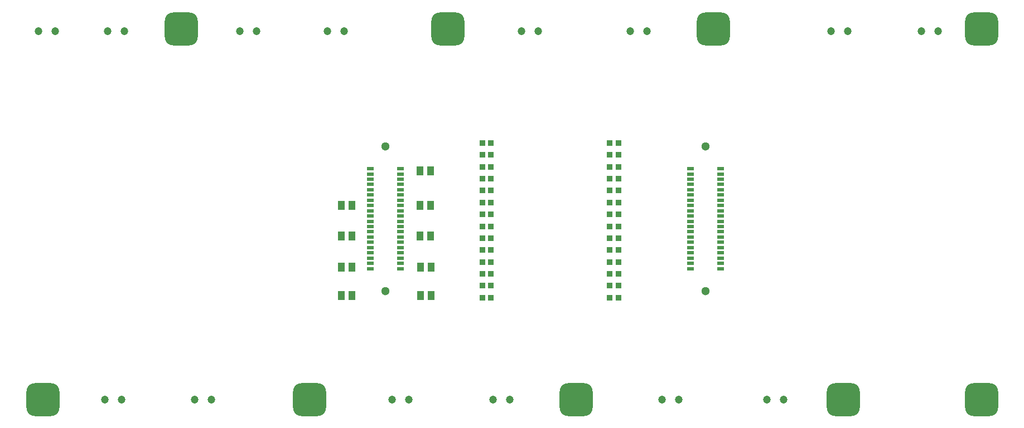
<source format=gbr>
%TF.GenerationSoftware,Altium Limited,Altium Designer,19.1.8 (144)*%
G04 Layer_Color=255*
%FSLAX26Y26*%
%MOIN*%
%TF.FileFunction,Pads,Top*%
%TF.Part,Single*%
G01*
G75*
%TA.AperFunction,SMDPad,CuDef*%
G04:AMPARAMS|DCode=10|XSize=196.85mil|YSize=196.85mil|CornerRadius=49.213mil|HoleSize=0mil|Usage=FLASHONLY|Rotation=0.000|XOffset=0mil|YOffset=0mil|HoleType=Round|Shape=RoundedRectangle|*
%AMROUNDEDRECTD10*
21,1,0.196850,0.098425,0,0,0.0*
21,1,0.098425,0.196850,0,0,0.0*
1,1,0.098425,0.049213,-0.049213*
1,1,0.098425,-0.049213,-0.049213*
1,1,0.098425,-0.049213,0.049213*
1,1,0.098425,0.049213,0.049213*
%
%ADD10ROUNDEDRECTD10*%
%ADD11R,0.039370X0.057087*%
%ADD12R,0.033465X0.037402*%
%ADD13R,0.043307X0.019685*%
%TA.AperFunction,ComponentPad*%
%ADD16C,0.047244*%
%ADD17C,0.051181*%
D10*
X1125788Y2417204D02*
D03*
X5909252Y196732D02*
D03*
X5082480D02*
D03*
X3487992D02*
D03*
X1893504D02*
D03*
X299016D02*
D03*
X5909252Y2417204D02*
D03*
X2720276D02*
D03*
X4305000D02*
D03*
D11*
X2617480Y1565000D02*
D03*
X2552519D02*
D03*
X2147479Y1360001D02*
D03*
X2082519D02*
D03*
X2552520Y1175000D02*
D03*
X2617480D02*
D03*
X2555000Y990000D02*
D03*
X2619960D02*
D03*
X2555040Y820000D02*
D03*
X2620000D02*
D03*
X2082519D02*
D03*
X2147481D02*
D03*
X2082519Y990000D02*
D03*
X2147481D02*
D03*
X2082519Y1175000D02*
D03*
X2147479D02*
D03*
X2617480Y1360001D02*
D03*
X2552520D02*
D03*
D12*
X2977364Y1233889D02*
D03*
X2926182D02*
D03*
X2977362Y1376485D02*
D03*
X2926182D02*
D03*
X2977362Y806102D02*
D03*
X2926182D02*
D03*
X2977362Y1519081D02*
D03*
X2926182D02*
D03*
X2977362Y1162591D02*
D03*
X2926180D02*
D03*
X2977362Y1661676D02*
D03*
X2926182D02*
D03*
X2977362Y948701D02*
D03*
X2926182D02*
D03*
X2977364Y877402D02*
D03*
X2926182D02*
D03*
X2977362Y1305187D02*
D03*
X2926180D02*
D03*
X2977362Y1590378D02*
D03*
X2926180D02*
D03*
X2977364Y1447783D02*
D03*
X2926182D02*
D03*
X2977362Y1732974D02*
D03*
X2926182D02*
D03*
X2977364Y1091294D02*
D03*
X2926182D02*
D03*
X2977362Y1019996D02*
D03*
X2926182D02*
D03*
X3687993Y1732974D02*
D03*
X3739175D02*
D03*
X3687993Y1590378D02*
D03*
X3739175D02*
D03*
X3687993Y877402D02*
D03*
X3739173D02*
D03*
X3687991Y948701D02*
D03*
X3739173D02*
D03*
X3687993Y1519081D02*
D03*
X3739173D02*
D03*
X3687993Y806102D02*
D03*
X3739173D02*
D03*
X3687993Y1305187D02*
D03*
X3739173D02*
D03*
X3687993Y1019996D02*
D03*
X3739175D02*
D03*
X3687993Y1447783D02*
D03*
X3739175D02*
D03*
X3687993Y1233889D02*
D03*
X3739175D02*
D03*
X3687993Y1091294D02*
D03*
X3739175D02*
D03*
X3687993Y1376485D02*
D03*
X3739173D02*
D03*
X3687993Y1162591D02*
D03*
X3739173D02*
D03*
X3687991Y1661676D02*
D03*
X3739173D02*
D03*
D13*
X2257848Y1578740D02*
D03*
X2435854D02*
D03*
X2257848Y1547244D02*
D03*
X2435854D02*
D03*
X2257848Y1515748D02*
D03*
X2435854D02*
D03*
X2257848Y1484252D02*
D03*
X2435854D02*
D03*
X2257848Y1452756D02*
D03*
X2435854D02*
D03*
X2257848Y1421260D02*
D03*
X2435854D02*
D03*
X2257848Y1389764D02*
D03*
X2435854D02*
D03*
X2257848Y1358268D02*
D03*
X2435854D02*
D03*
X2257848Y1326772D02*
D03*
X2435854D02*
D03*
X2257848Y1295276D02*
D03*
X2435854D02*
D03*
X2257848Y1263780D02*
D03*
X2435854D02*
D03*
X2257848Y1232284D02*
D03*
X2435854D02*
D03*
X2257848Y1200788D02*
D03*
X2435854D02*
D03*
X2257848Y1169292D02*
D03*
X2435854D02*
D03*
X2257848Y1137796D02*
D03*
X2435854D02*
D03*
X2257848Y1106300D02*
D03*
X2435854D02*
D03*
X2257848Y1074804D02*
D03*
X2435854D02*
D03*
X2257848Y1043308D02*
D03*
X2435854D02*
D03*
X2257848Y1011812D02*
D03*
X2435854D02*
D03*
X2257848Y980314D02*
D03*
X2435854D02*
D03*
X4171234Y1578740D02*
D03*
X4349240D02*
D03*
X4171234Y1547244D02*
D03*
X4349240D02*
D03*
X4171234Y1515748D02*
D03*
X4349240D02*
D03*
X4171234Y1484252D02*
D03*
X4349240D02*
D03*
X4171234Y1452756D02*
D03*
X4349240D02*
D03*
X4171234Y1421260D02*
D03*
X4349240D02*
D03*
X4171234Y1389764D02*
D03*
X4349240D02*
D03*
X4171234Y1358268D02*
D03*
X4349240D02*
D03*
X4171234Y1326772D02*
D03*
X4349240D02*
D03*
X4171234Y1295276D02*
D03*
X4349240D02*
D03*
X4171234Y1263780D02*
D03*
X4349240D02*
D03*
X4171234Y1232284D02*
D03*
X4349240D02*
D03*
X4171234Y1200788D02*
D03*
X4349240D02*
D03*
X4171234Y1169292D02*
D03*
X4349240D02*
D03*
X4171234Y1137796D02*
D03*
X4349240D02*
D03*
X4171234Y1106300D02*
D03*
X4349240D02*
D03*
X4171234Y1074804D02*
D03*
X4349240D02*
D03*
X4171234Y1043308D02*
D03*
X4349240D02*
D03*
X4171234Y1011812D02*
D03*
X4349240D02*
D03*
X4171234Y980314D02*
D03*
X4349240D02*
D03*
D16*
X4725000Y196850D02*
D03*
X4625000D02*
D03*
X4100000D02*
D03*
X4000000D02*
D03*
X2990000D02*
D03*
X3090000D02*
D03*
X2485000D02*
D03*
X2385000D02*
D03*
X1305000D02*
D03*
X1205000D02*
D03*
X372047Y2401574D02*
D03*
X272047D02*
D03*
X785433D02*
D03*
X685433D02*
D03*
X1575000D02*
D03*
X1475000D02*
D03*
X2100000D02*
D03*
X2000000D02*
D03*
X3260000D02*
D03*
X3160000D02*
D03*
X3910000D02*
D03*
X3810000D02*
D03*
X5110000D02*
D03*
X5010000D02*
D03*
X5650000D02*
D03*
X5550000D02*
D03*
X770000Y196850D02*
D03*
X670000D02*
D03*
D17*
X2346850Y846456D02*
D03*
Y1712598D02*
D03*
X4260236Y846456D02*
D03*
Y1712598D02*
D03*
%TF.MD5,5980be54083c8008f7ae90348273dd20*%
M02*

</source>
